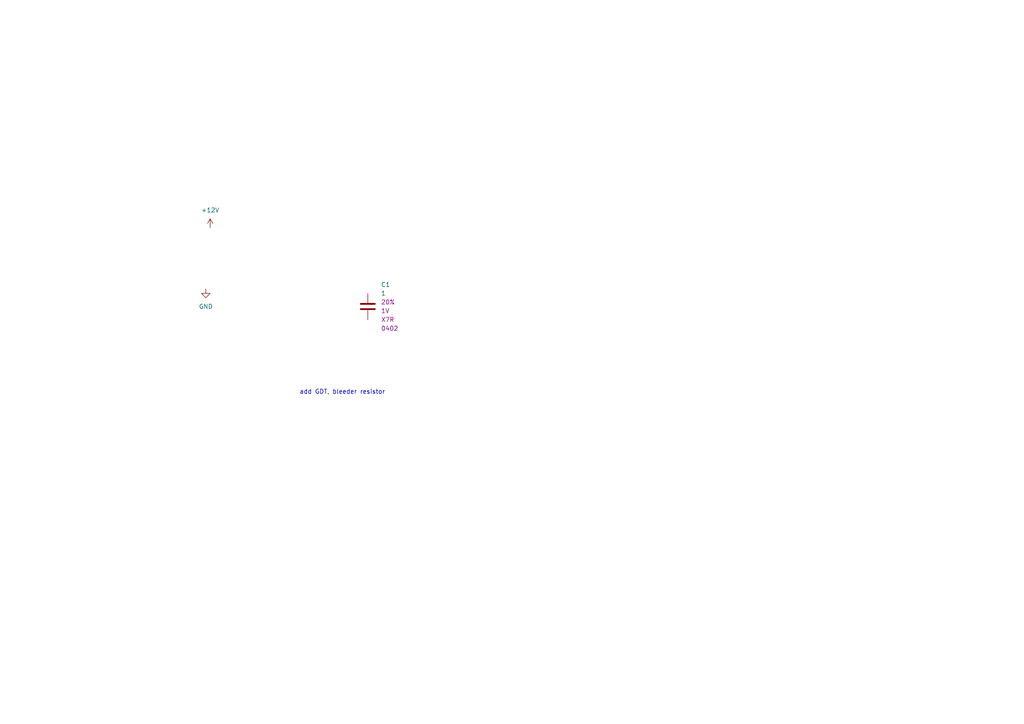
<source format=kicad_sch>
(kicad_sch (version 20250114) (generator "eeschema") (generator_version "9.0")
  (paper "A4")
  (lib_symbols
    (symbol "peml:+12V" (power) (pin_names (offset 0))
      (property "Value" "+12V" (at 0 3.556 0))
      (symbol "+12V_0_1"
        (polyline (pts (xy -0.762 1.27) (xy 0 2.54)))
        (polyline (pts (xy 0 2.54) (xy 0.762 1.27)))
        (polyline (pts (xy 0 0) (xy 0 2.54)))
      )
      (symbol "+12V_1_1"
        (pin power_in line (at 0 0 90) (length 0) (hide yes) (name "+12V") (number "1"))
      )
    )
    (symbol "peml:GND" (power) (pin_names (offset 0))
      (property "Value" "GND" (at 0 -3.81 0))
      (symbol "GND_0_1"
        (polyline (pts (xy 0 0) (xy 0 -1.27) (xy 1.27 -1.27) (xy 0 -2.54) (xy -1.27 -1.27) (xy 0 -1.27)))
      )
      (symbol "GND_1_1"
        (pin power_in line (at 0 0 270) (length 0) (hide yes) (name "GND") (number "1"))
      )
    )
    (symbol "peml_passives:0_C_TEMPLATE" (pin_numbers (hide yes)) (pin_names (offset 0.254))
      (property "Reference" "C" (at 2.54 3.81 0))
      (property "Value" "1" (at 2.54 1.905 0))
      (property "Tolerance" "20%" (at 2.54 0 0))
      (property "Voltage" "1V" (at 2.54 -1.905 0))
      (property "Dielectric" "X7R" (at 2.54 -3.81 0))
      (property "Package" "0402" (at 5.08 -5.715 0))
      (symbol "0_C_TEMPLATE_0_1"
        (polyline (pts (xy -2.032 0.762) (xy 2.032 0.762)) (stroke (width 0.508)))
        (polyline (pts (xy -2.032 -0.762) (xy 2.032 -0.762)) (stroke (width 0.508)))
      )
      (symbol "0_C_TEMPLATE_1_1"
        (pin passive line (at 0 3.81 270) (length 2.794) (name "~") (number "1"))
        (pin passive line (at 0 -3.81 90) (length 2.794) (name "~") (number "2"))
      )
    )
  )
  (text "add GDT, bleeder resistor" (at 99.314 113.792 0) (effects (font (size 1.27 1.27))))
  (symbol (lib_id "peml:GND") (at 59.69 83.82 0) (unit 1)
    (property "Reference" "#PWR02" (effects (hide yes)))
    (property "Value" "GND" (at 59.69 88.9 0))
    (property "Description" "Power symbol creates a global label with name \"GND\" , ground" (effects (hide yes)))
  )
  (symbol (lib_id "peml:+12V") (at 60.96 66.04 0) (unit 1)
    (property "Reference" "#PWR01" (effects (hide yes)))
    (property "Value" "+12V" (at 60.96 60.96 0))
    (property "Description" "Power symbol creates a global label with name \"+12V\"" (effects (hide yes)))
  )
  (symbol (lib_id "peml_passives:0_C_TEMPLATE") (at 106.68 88.9 0) (unit 1)
    (property "Reference" "C1" (at 110.49 82.5499 0) (effects (justify left)))
    (property "Value" "1" (at 110.49 85.0899 0) (effects (justify left)))
    (property "Description" "CAP CER 1 1V X7R 0402 1%" (effects (hide yes)))
    (property "MFN" "Murata" (effects (hide yes)))
    (property "Tolerance" "20%" (at 110.49 87.6299 0) (effects (justify left)))
    (property "Voltage" "1V" (at 110.49 90.1699 0) (effects (justify left)))
    (property "Dielectric" "X7R" (at 110.49 92.7099 0) (effects (justify left)))
    (property "Package" "0402" (at 110.49 95.2499 0) (effects (justify left)))
  )
)
</source>
